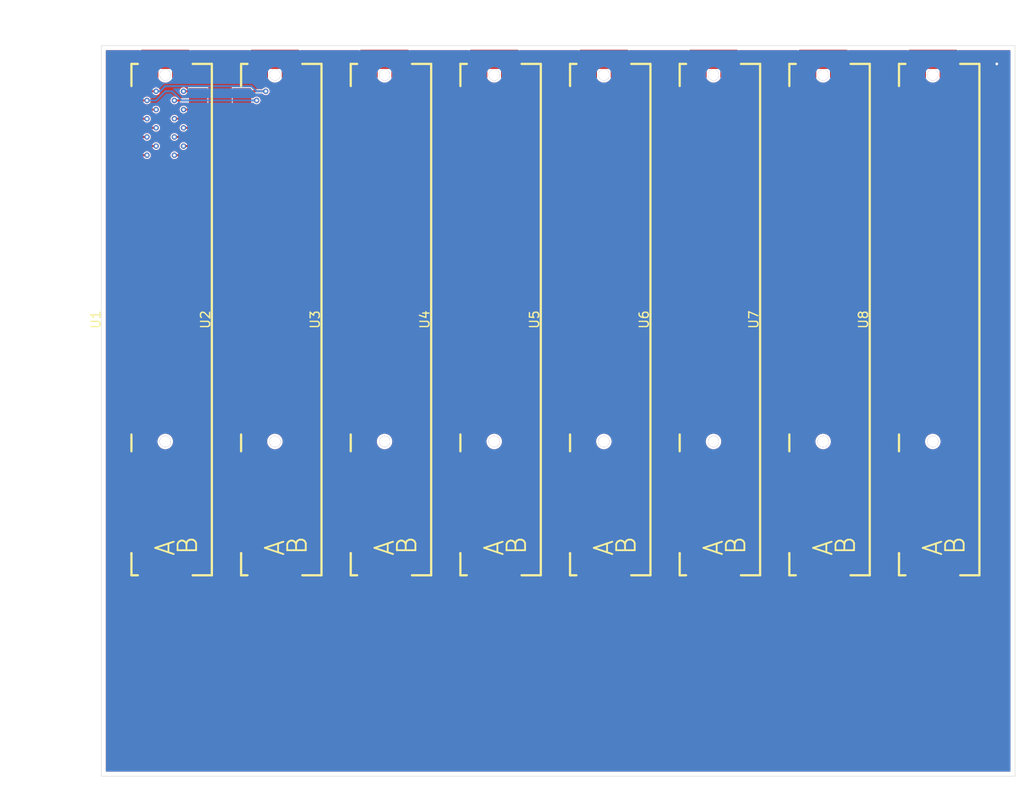
<source format=kicad_pcb>
(kicad_pcb (version 20241229) (generator "pcbnew") (generator_version "9.0")
  (layers (0 "F.Cu" signal) (2 "B.Cu" signal) (13 "F.Paste" user) (15 "B.Paste" user) (5 "F.SilkS" user "F.Silkscreen") (7 "B.SilkS" user "B.Silkscreen") (1 "F.Mask" user) (3 "B.Mask" user) (25 "Edge.Cuts" user))
  (property "AUTHOR" "Lars Boegild Thomsen")
  (property "AUTHOR_EMAIL" "lth@stm32world.com")
  (property "COMPANY" "STM32World")
  (property "REVISION" "a")
  (property "TITLE" "STMW-BP-8")
  (net 0 "")
  (net 1 "B1")
  (net 2 "B44")
  (net 3 "A24")
  (net 4 "B4")
  (net 5 "A30")
  (net 6 "B6")
  (net 7 "A23")
  (net 8 "A35")
  (net 9 "B43")
  (net 10 "B29")
  (net 11 "B40")
  (net 12 "A45")
  (net 13 "B12")
  (net 14 "B9")
  (net 15 "A41")
  (net 16 "B20")
  (net 17 "A49")
  (net 18 "A5")
  (net 19 "A25")
  (net 20 "A28")
  (net 21 "A6")
  (net 22 "A44")
  (net 23 "A4")
  (net 24 "A46")
  (net 25 "A39")
  (net 26 "B41")
  (net 27 "A11")
  (net 28 "A31")
  (net 29 "B18")
  (net 30 "B3")
  (net 31 "B24")
  (net 32 "B23")
  (net 33 "A15")
  (net 34 "B32")
  (net 35 "B42")
  (net 36 "A8")
  (net 37 "B35")
  (net 38 "A48")
  (net 39 "A9")
  (net 40 "A17")
  (net 41 "B28")
  (net 42 "B19")
  (net 43 "B5")
  (net 44 "B48")
  (net 45 "A7")
  (net 46 "B2")
  (net 47 "GND")
  (net 48 "B46")
  (net 49 "B36")
  (net 50 "A13")
  (net 51 "B39")
  (net 52 "A37")
  (net 53 "A22")
  (net 54 "B34")
  (net 55 "B8")
  (net 56 "A42")
  (net 57 "B15")
  (net 58 "A19")
  (net 59 "B47")
  (net 60 "B11")
  (net 61 "A12")
  (net 62 "A27")
  (net 63 "A47")
  (net 64 "B38")
  (net 65 "A33")
  (net 66 "B33")
  (net 67 "A32")
  (net 68 "B30")
  (net 69 "B17")
  (net 70 "A21")
  (net 71 "B22")
  (net 72 "B7")
  (net 73 "B21")
  (net 74 "B37")
  (net 75 "A38")
  (net 76 "A1")
  (net 77 "B16")
  (net 78 "A18")
  (net 79 "B45")
  (net 80 "A10")
  (net 81 "B49")
  (net 82 "A43")
  (net 83 "B10")
  (net 84 "A34")
  (net 85 "A26")
  (net 86 "B27")
  (net 87 "A16")
  (net 88 "A29")
  (net 89 "B14")
  (net 90 "B31")
  (net 91 "A40")
  (net 92 "B25")
  (net 93 "B13")
  (net 94 "A2")
  (net 95 "A14")
  (net 96 "B26")
  (net 97 "A20")
  (net 98 "A36")
  (net 99 "A3")
  (footprint "stm32world:CONN-SMD_98P-P1.00-V_3133" (layer "F.Cu") (at 157 70 90)
    (property "Reference" "U6")
    (property "Value" "X1611WVS-98-9TV01")
  )
  (footprint "stm32world:CONN-SMD_98P-P1.00-V_3133" (layer "F.Cu") (at 169 70 90)
    (property "Reference" "U7")
    (property "Value" "X1611WVS-98-9TV01")
  )
  (footprint "stm32world:CONN-SMD_98P-P1.00-V_3133" (layer "F.Cu") (at 121 70 90)
    (property "Reference" "U3")
    (property "Value" "X1611WVS-98-9TV01")
  )
  (footprint "stm32world:CONN-SMD_98P-P1.00-V_3133" (layer "F.Cu") (at 145 70 90)
    (property "Reference" "U5")
    (property "Value" "X1611WVS-98-9TV01")
  )
  (footprint "stm32world:CONN-SMD_98P-P1.00-V_3133" (layer "F.Cu") (at 97 70 90)
    (property "Reference" "U1")
    (property "Value" "X1611WVS-98-9TV01")
  )
  (footprint "stm32world:CONN-SMD_98P-P1.00-V_3133" (layer "F.Cu") (at 109 70 90)
    (property "Reference" "U2")
    (property "Value" "X1611WVS-98-9TV01")
  )
  (footprint "stm32world:CONN-SMD_98P-P1.00-V_3133" (layer "F.Cu") (at 181 70 90)
    (property "Reference" "U8")
    (property "Value" "X1611WVS-98-9TV01")
  )
  (footprint "stm32world:CONN-SMD_98P-P1.00-V_3133" (layer "F.Cu") (at 133 70 90)
    (property "Reference" "U4")
    (property "Value" "X1611WVS-98-9TV01")
  )
  (gr_line (start 90 40) (end 190 40) (stroke (width 0.05)) (layer "Edge.Cuts"))
  (gr_line (start 190 40) (end 190 120) (stroke (width 0.05)) (layer "Edge.Cuts"))
  (gr_line (start 190 120) (end 90 120) (stroke (width 0.05)) (layer "Edge.Cuts"))
  (gr_line (start 90 120) (end 90 40) (stroke (width 0.05)) (layer "Edge.Cuts"))
  (segment (start 100.6 50) (end 98 50) (width 0.2286) (layer "F.Cu") (net 2))
  (via (at 98 50) (size 0.6) (drill 0.3) (layers "F.Cu" "B.Cu") (net 2))
  (segment (start 100.6 51) (end 99 51) (width 0.2286) (layer "F.Cu") (net 9))
  (via (at 99 51) (size 0.6) (drill 0.3) (layers "F.Cu" "B.Cu") (net 9))
  (segment (start 93.4 49) (end 96 49) (width 0.2286) (layer "F.Cu") (net 12))
  (via (at 96 49) (size 0.6) (drill 0.3) (layers "F.Cu" "B.Cu") (net 12))
  (segment (start 105.4 45) (end 108 45) (width 0.2286) (layer "F.Cu") (net 17))
  (segment (start 93.4 45) (end 96 45) (width 0.2286) (layer "F.Cu") (net 17))
  (via (at 108 45) (size 0.6) (drill 0.3) (layers "F.Cu" "B.Cu") (net 17))
  (via (at 96 45) (size 0.6) (drill 0.3) (layers "F.Cu" "B.Cu") (net 17))
  (segment (start 106.4323 44.4323) (end 107 45) (width 0.2286) (layer "B.Cu") (net 17))
  (segment (start 96 45) (end 96.4323 45) (width 0.2286) (layer "B.Cu") (net 17))
  (segment (start 97 44.4323) (end 106.4323 44.4323) (width 0.2286) (layer "B.Cu") (net 17))
  (segment (start 96.4323 45) (end 97 44.4323) (width 0.2286) (layer "B.Cu") (net 17))
  (segment (start 107 45) (end 108 45) (width 0.2286) (layer "B.Cu") (net 17))
  (segment (start 93.4 50) (end 95 50) (width 0.2286) (layer "F.Cu") (net 22))
  (via (at 95 50) (size 0.6) (drill 0.3) (layers "F.Cu" "B.Cu") (net 22))
  (segment (start 93.4 48) (end 95 48) (width 0.2286) (layer "F.Cu") (net 24))
  (via (at 95 48) (size 0.6) (drill 0.3) (layers "F.Cu" "B.Cu") (net 24))
  (segment (start 100.6 52) (end 98 52) (width 0.2286) (layer "F.Cu") (net 35))
  (via (at 98 52) (size 0.6) (drill 0.3) (layers "F.Cu" "B.Cu") (net 35))
  (segment (start 107 46) (end 105.4 46) (width 0.2286) (layer "F.Cu") (net 38))
  (segment (start 93.4 46) (end 95 46) (width 0.2286) (layer "F.Cu") (net 38))
  (via (at 95 46) (size 0.6) (drill 0.3) (layers "F.Cu" "B.Cu") (net 38))
  (via (at 107 46) (size 0.6) (drill 0.3) (layers "F.Cu" "B.Cu") (net 38))
  (segment (start 96 46) (end 97 45) (width 0.2286) (layer "B.Cu") (net 38))
  (segment (start 97 45) (end 97.766929 45) (width 0.2286) (layer "B.Cu") (net 38))
  (segment (start 97.766929 45) (end 98.766929 46) (width 0.2286) (layer "B.Cu") (net 38))
  (segment (start 98.766929 46) (end 107 46) (width 0.2286) (layer "B.Cu") (net 38))
  (segment (start 95 46) (end 96 46) (width 0.2286) (layer "B.Cu") (net 38))
  (segment (start 100.6 46) (end 98 46) (width 0.2286) (layer "F.Cu") (net 44))
  (via (at 98 46) (size 0.6) (drill 0.3) (layers "F.Cu" "B.Cu") (net 44))
  (via (at 188 42) (size 0.6) (drill 0.3) (layers "F.Cu" "B.Cu") (net 47))
  (segment (start 100.6 48) (end 98 48) (width 0.2286) (layer "F.Cu") (net 48))
  (via (at 98 48) (size 0.6) (drill 0.3) (layers "F.Cu" "B.Cu") (net 48))
  (segment (start 93.4 52) (end 95 52) (width 0.2286) (layer "F.Cu") (net 56))
  (via (at 95 52) (size 0.6) (drill 0.3) (layers "F.Cu" "B.Cu") (net 56))
  (segment (start 100.6 47) (end 99 47) (width 0.2286) (layer "F.Cu") (net 59))
  (via (at 99 47) (size 0.6) (drill 0.3) (layers "F.Cu" "B.Cu") (net 59))
  (segment (start 93.4 47) (end 96 47) (width 0.2286) (layer "F.Cu") (net 63))
  (via (at 96 47) (size 0.6) (drill 0.3) (layers "F.Cu" "B.Cu") (net 63))
  (segment (start 100.6 49) (end 99 49) (width 0.2286) (layer "F.Cu") (net 79))
  (via (at 99 49) (size 0.6) (drill 0.3) (layers "F.Cu" "B.Cu") (net 79))
  (segment (start 100.6 45) (end 99 45) (width 0.2286) (layer "F.Cu") (net 81))
  (via (at 99 45) (size 0.6) (drill 0.3) (layers "F.Cu" "B.Cu") (net 81))
  (segment (start 93.4 51) (end 96 51) (width 0.2286) (layer "F.Cu") (net 82))
  (via (at 96 51) (size 0.6) (drill 0.3) (layers "F.Cu" "B.Cu") (net 82))
  (zone (net 47) (net_name "GND") (layers "F.Cu" "B.Cu") (connect_pads (clearance 0.127)) (min_thickness 0.127) (fill yes (thermal_gap 0.127) (thermal_bridge_width 0.254))
    (polygon (pts (xy 89 39) (xy 191 39) (xy 191 121) (xy 89 121)))
  )
)
</source>
